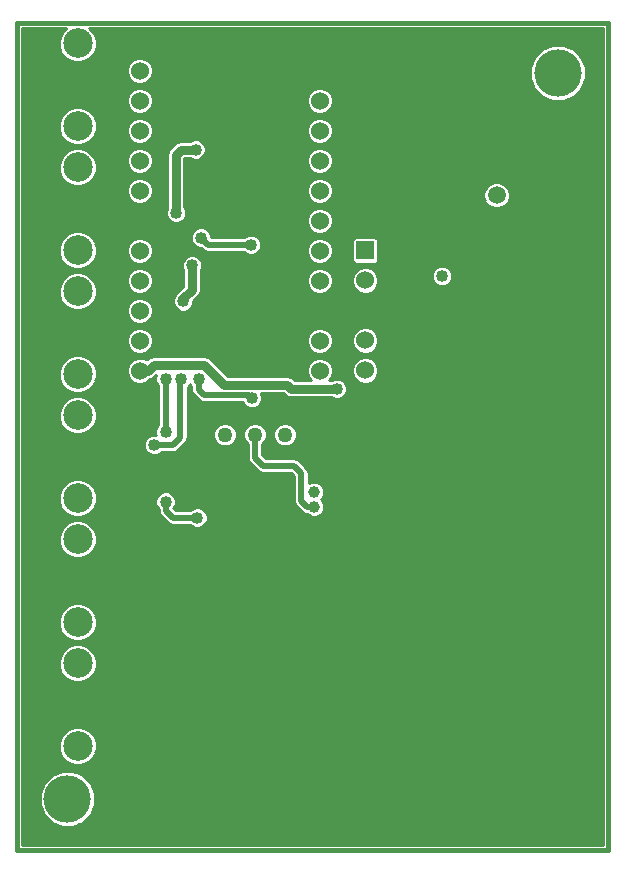
<source format=gbl>
G04 (created by PCBNEW-RS274X (2010-05-05 BZR 2356)-stable) date Mon 25 Jun 2012 11:20:18 AM CEST*
G01*
G70*
G90*
%MOIN*%
G04 Gerber Fmt 3.4, Leading zero omitted, Abs format*
%FSLAX34Y34*%
G04 APERTURE LIST*
%ADD10C,0.000400*%
%ADD11C,0.015000*%
%ADD12C,0.157500*%
%ADD13R,0.060000X0.060000*%
%ADD14C,0.060000*%
%ADD15C,0.039000*%
%ADD16C,0.050000*%
%ADD17C,0.098400*%
%ADD18C,0.059100*%
%ADD19C,0.040000*%
%ADD20C,0.030000*%
%ADD21C,0.020000*%
%ADD22C,0.010000*%
G04 APERTURE END LIST*
G54D10*
G54D11*
X74600Y-23250D02*
X74600Y-25250D01*
X94300Y-23250D02*
X74600Y-23250D01*
X94300Y-50825D02*
X94300Y-23250D01*
X92325Y-50825D02*
X94300Y-50825D01*
X74600Y-25225D02*
X74600Y-50825D01*
X74600Y-50825D02*
X92325Y-50825D01*
G54D12*
X92625Y-24925D03*
X76274Y-49125D03*
G54D13*
X86200Y-30840D03*
G54D14*
X86200Y-31840D03*
X86200Y-32840D03*
X86200Y-33840D03*
X86200Y-34840D03*
G54D15*
X84508Y-39390D03*
X84508Y-39890D03*
X84508Y-38890D03*
G54D14*
X78690Y-23850D03*
X78690Y-24850D03*
X78690Y-25850D03*
X78690Y-26850D03*
X78690Y-27850D03*
X78690Y-28850D03*
X78690Y-29850D03*
X78690Y-30850D03*
X78690Y-31850D03*
X78690Y-32850D03*
X78690Y-33850D03*
X78690Y-34850D03*
X84690Y-34850D03*
X84690Y-33850D03*
X84690Y-32850D03*
X84690Y-31850D03*
X84690Y-30850D03*
X84690Y-29850D03*
X84690Y-28850D03*
X84690Y-27850D03*
X84690Y-26850D03*
X84690Y-25850D03*
X84690Y-24850D03*
X84690Y-23850D03*
G54D16*
X83528Y-36983D03*
X82528Y-36983D03*
X81528Y-36983D03*
X80528Y-36983D03*
G54D17*
X76614Y-23937D03*
X76624Y-25308D03*
X76614Y-26693D03*
X76614Y-28071D03*
X76624Y-29442D03*
X76614Y-30827D03*
X76614Y-32205D03*
X76624Y-33576D03*
X76614Y-34961D03*
X76614Y-44606D03*
X76624Y-45977D03*
X76614Y-47362D03*
X76614Y-40472D03*
X76624Y-41843D03*
X76614Y-43228D03*
X76614Y-36339D03*
X76624Y-37710D03*
X76614Y-39095D03*
G54D18*
X90580Y-29004D03*
X90580Y-49476D03*
G54D19*
X88760Y-31693D03*
X80551Y-27480D03*
X79902Y-29587D03*
X80138Y-32539D03*
X80433Y-31339D03*
X82402Y-30650D03*
X80728Y-30413D03*
X79547Y-35118D03*
X79547Y-36890D03*
X80610Y-39744D03*
X79547Y-39213D03*
X85256Y-35453D03*
X80059Y-35138D03*
X79154Y-37323D03*
X82421Y-35768D03*
X80650Y-35138D03*
X85492Y-48366D03*
X83248Y-40630D03*
X85295Y-37933D03*
X86299Y-28740D03*
X87874Y-24902D03*
X89862Y-24685D03*
X85571Y-24331D03*
G54D20*
X79902Y-29587D02*
X79882Y-29567D01*
X79882Y-29567D02*
X79882Y-27657D01*
X79882Y-27657D02*
X80059Y-27480D01*
X80059Y-27480D02*
X80551Y-27480D01*
X80138Y-32441D02*
X80138Y-32539D01*
X80433Y-32146D02*
X80138Y-32441D01*
X80433Y-31339D02*
X80433Y-32146D01*
G54D21*
X80965Y-30650D02*
X82402Y-30650D01*
X80728Y-30413D02*
X80965Y-30650D01*
X79547Y-35118D02*
X79547Y-36890D01*
X79784Y-39744D02*
X80610Y-39744D01*
X79567Y-39527D02*
X79784Y-39744D01*
X79567Y-39233D02*
X79567Y-39527D01*
X79547Y-39213D02*
X79567Y-39233D01*
G54D20*
X78690Y-34850D02*
X78968Y-34850D01*
X83720Y-35453D02*
X85256Y-35453D01*
X83582Y-35315D02*
X83720Y-35453D01*
X81497Y-35315D02*
X83582Y-35315D01*
X80828Y-34646D02*
X81497Y-35315D01*
X79172Y-34646D02*
X80828Y-34646D01*
X78968Y-34850D02*
X79172Y-34646D01*
G54D21*
X80059Y-35138D02*
X80039Y-35158D01*
X80039Y-35158D02*
X80039Y-37087D01*
X80039Y-37087D02*
X79803Y-37323D01*
X79803Y-37323D02*
X79154Y-37323D01*
X82528Y-36983D02*
X82528Y-37745D01*
X84272Y-39390D02*
X84508Y-39390D01*
X84075Y-39193D02*
X84272Y-39390D01*
X84075Y-38268D02*
X84075Y-39193D01*
X83819Y-38012D02*
X84075Y-38268D01*
X82795Y-38012D02*
X83819Y-38012D01*
X82528Y-37745D02*
X82795Y-38012D01*
X82421Y-35768D02*
X82322Y-35669D01*
X82322Y-35669D02*
X80827Y-35669D01*
X80827Y-35669D02*
X80650Y-35492D01*
X80650Y-35492D02*
X80650Y-35138D01*
G54D22*
X74765Y-23415D02*
X76242Y-23415D01*
X76985Y-23415D02*
X94135Y-23415D01*
X74765Y-23495D02*
X76162Y-23495D01*
X77065Y-23495D02*
X94135Y-23495D01*
X74765Y-23575D02*
X76082Y-23575D01*
X77145Y-23575D02*
X94135Y-23575D01*
X74765Y-23655D02*
X76047Y-23655D01*
X77182Y-23655D02*
X94135Y-23655D01*
X74765Y-23735D02*
X76014Y-23735D01*
X77215Y-23735D02*
X94135Y-23735D01*
X74765Y-23815D02*
X75982Y-23815D01*
X77246Y-23815D02*
X94135Y-23815D01*
X74765Y-23895D02*
X75982Y-23895D01*
X77246Y-23895D02*
X94135Y-23895D01*
X74765Y-23975D02*
X75982Y-23975D01*
X77246Y-23975D02*
X94135Y-23975D01*
X74765Y-24055D02*
X75982Y-24055D01*
X77246Y-24055D02*
X92304Y-24055D01*
X92948Y-24055D02*
X94135Y-24055D01*
X74765Y-24135D02*
X76012Y-24135D01*
X77216Y-24135D02*
X92110Y-24135D01*
X93141Y-24135D02*
X94135Y-24135D01*
X74765Y-24215D02*
X76045Y-24215D01*
X77182Y-24215D02*
X92024Y-24215D01*
X93226Y-24215D02*
X94135Y-24215D01*
X74765Y-24295D02*
X76078Y-24295D01*
X77149Y-24295D02*
X91944Y-24295D01*
X93306Y-24295D02*
X94135Y-24295D01*
X74765Y-24375D02*
X76158Y-24375D01*
X77069Y-24375D02*
X91864Y-24375D01*
X93386Y-24375D02*
X94135Y-24375D01*
X74765Y-24455D02*
X76238Y-24455D01*
X76989Y-24455D02*
X78498Y-24455D01*
X78884Y-24455D02*
X91817Y-24455D01*
X93434Y-24455D02*
X94135Y-24455D01*
X74765Y-24535D02*
X76406Y-24535D01*
X76821Y-24535D02*
X78385Y-24535D01*
X78996Y-24535D02*
X91784Y-24535D01*
X93467Y-24535D02*
X94135Y-24535D01*
X74765Y-24615D02*
X78313Y-24615D01*
X79068Y-24615D02*
X91750Y-24615D01*
X93500Y-24615D02*
X94135Y-24615D01*
X74765Y-24695D02*
X78279Y-24695D01*
X79101Y-24695D02*
X91717Y-24695D01*
X93533Y-24695D02*
X94135Y-24695D01*
X74765Y-24775D02*
X78251Y-24775D01*
X79129Y-24775D02*
X91698Y-24775D01*
X93552Y-24775D02*
X94135Y-24775D01*
X74765Y-24855D02*
X78251Y-24855D01*
X79129Y-24855D02*
X91698Y-24855D01*
X93552Y-24855D02*
X94135Y-24855D01*
X74765Y-24935D02*
X78251Y-24935D01*
X79129Y-24935D02*
X91698Y-24935D01*
X93552Y-24935D02*
X94135Y-24935D01*
X74765Y-25015D02*
X78283Y-25015D01*
X79096Y-25015D02*
X91698Y-25015D01*
X93552Y-25015D02*
X94135Y-25015D01*
X74765Y-25095D02*
X78316Y-25095D01*
X79063Y-25095D02*
X91698Y-25095D01*
X93552Y-25095D02*
X94135Y-25095D01*
X74765Y-25175D02*
X78394Y-25175D01*
X78985Y-25175D02*
X91725Y-25175D01*
X93525Y-25175D02*
X94135Y-25175D01*
X74765Y-25255D02*
X78520Y-25255D01*
X78858Y-25255D02*
X91758Y-25255D01*
X93491Y-25255D02*
X94135Y-25255D01*
X74765Y-25335D02*
X91791Y-25335D01*
X93458Y-25335D02*
X94135Y-25335D01*
X74765Y-25415D02*
X78593Y-25415D01*
X78788Y-25415D02*
X84594Y-25415D01*
X84788Y-25415D02*
X91824Y-25415D01*
X93425Y-25415D02*
X94135Y-25415D01*
X74765Y-25495D02*
X78425Y-25495D01*
X78956Y-25495D02*
X84425Y-25495D01*
X84956Y-25495D02*
X91884Y-25495D01*
X93366Y-25495D02*
X94135Y-25495D01*
X74765Y-25575D02*
X78345Y-25575D01*
X79036Y-25575D02*
X84345Y-25575D01*
X85036Y-25575D02*
X91964Y-25575D01*
X93286Y-25575D02*
X94135Y-25575D01*
X74765Y-25655D02*
X78296Y-25655D01*
X79085Y-25655D02*
X84296Y-25655D01*
X85085Y-25655D02*
X92044Y-25655D01*
X93206Y-25655D02*
X94135Y-25655D01*
X74765Y-25735D02*
X78263Y-25735D01*
X79118Y-25735D02*
X84263Y-25735D01*
X85118Y-25735D02*
X92157Y-25735D01*
X93091Y-25735D02*
X94135Y-25735D01*
X74765Y-25815D02*
X78251Y-25815D01*
X79129Y-25815D02*
X84251Y-25815D01*
X85129Y-25815D02*
X92350Y-25815D01*
X92898Y-25815D02*
X94135Y-25815D01*
X74765Y-25895D02*
X78251Y-25895D01*
X79129Y-25895D02*
X84251Y-25895D01*
X85129Y-25895D02*
X94135Y-25895D01*
X74765Y-25975D02*
X78266Y-25975D01*
X79113Y-25975D02*
X84266Y-25975D01*
X85113Y-25975D02*
X94135Y-25975D01*
X74765Y-26055D02*
X78300Y-26055D01*
X79080Y-26055D02*
X84300Y-26055D01*
X85080Y-26055D02*
X94135Y-26055D01*
X74765Y-26135D02*
X76311Y-26135D01*
X76918Y-26135D02*
X78354Y-26135D01*
X79025Y-26135D02*
X84354Y-26135D01*
X85025Y-26135D02*
X94135Y-26135D01*
X74765Y-26215D02*
X76199Y-26215D01*
X77030Y-26215D02*
X78434Y-26215D01*
X78945Y-26215D02*
X84434Y-26215D01*
X84945Y-26215D02*
X94135Y-26215D01*
X74765Y-26295D02*
X76119Y-26295D01*
X77110Y-26295D02*
X94135Y-26295D01*
X74765Y-26375D02*
X76062Y-26375D01*
X77167Y-26375D02*
X94135Y-26375D01*
X74765Y-26455D02*
X76029Y-26455D01*
X77200Y-26455D02*
X78497Y-26455D01*
X78884Y-26455D02*
X84497Y-26455D01*
X84884Y-26455D02*
X94135Y-26455D01*
X74765Y-26535D02*
X75996Y-26535D01*
X77233Y-26535D02*
X78385Y-26535D01*
X78996Y-26535D02*
X84385Y-26535D01*
X84996Y-26535D02*
X94135Y-26535D01*
X74765Y-26615D02*
X75982Y-26615D01*
X77246Y-26615D02*
X78313Y-26615D01*
X79068Y-26615D02*
X84313Y-26615D01*
X85068Y-26615D02*
X94135Y-26615D01*
X74765Y-26695D02*
X75982Y-26695D01*
X77246Y-26695D02*
X78279Y-26695D01*
X79101Y-26695D02*
X84279Y-26695D01*
X85101Y-26695D02*
X94135Y-26695D01*
X74765Y-26775D02*
X75982Y-26775D01*
X77246Y-26775D02*
X78251Y-26775D01*
X79129Y-26775D02*
X84251Y-26775D01*
X85129Y-26775D02*
X94135Y-26775D01*
X74765Y-26855D02*
X75997Y-26855D01*
X77231Y-26855D02*
X78251Y-26855D01*
X79129Y-26855D02*
X84251Y-26855D01*
X85129Y-26855D02*
X94135Y-26855D01*
X74765Y-26935D02*
X76030Y-26935D01*
X77197Y-26935D02*
X78251Y-26935D01*
X79129Y-26935D02*
X84251Y-26935D01*
X85129Y-26935D02*
X94135Y-26935D01*
X74765Y-27015D02*
X76063Y-27015D01*
X77164Y-27015D02*
X78283Y-27015D01*
X79096Y-27015D02*
X84283Y-27015D01*
X85096Y-27015D02*
X94135Y-27015D01*
X74765Y-27095D02*
X76122Y-27095D01*
X77105Y-27095D02*
X78316Y-27095D01*
X79063Y-27095D02*
X84316Y-27095D01*
X85063Y-27095D02*
X94135Y-27095D01*
X74765Y-27175D02*
X76202Y-27175D01*
X77025Y-27175D02*
X78394Y-27175D01*
X78985Y-27175D02*
X80401Y-27175D01*
X80701Y-27175D02*
X84394Y-27175D01*
X84985Y-27175D02*
X94135Y-27175D01*
X74765Y-27255D02*
X76319Y-27255D01*
X76908Y-27255D02*
X78520Y-27255D01*
X78858Y-27255D02*
X79884Y-27255D01*
X80806Y-27255D02*
X84520Y-27255D01*
X84858Y-27255D02*
X94135Y-27255D01*
X74765Y-27335D02*
X79794Y-27335D01*
X80859Y-27335D02*
X94135Y-27335D01*
X74765Y-27415D02*
X78593Y-27415D01*
X78788Y-27415D02*
X79714Y-27415D01*
X80890Y-27415D02*
X84593Y-27415D01*
X84788Y-27415D02*
X94135Y-27415D01*
X74765Y-27495D02*
X76354Y-27495D01*
X76875Y-27495D02*
X78425Y-27495D01*
X78956Y-27495D02*
X79649Y-27495D01*
X80890Y-27495D02*
X84425Y-27495D01*
X84956Y-27495D02*
X94135Y-27495D01*
X74765Y-27575D02*
X76217Y-27575D01*
X77012Y-27575D02*
X78345Y-27575D01*
X79036Y-27575D02*
X79609Y-27575D01*
X80878Y-27575D02*
X84345Y-27575D01*
X85036Y-27575D02*
X94135Y-27575D01*
X74765Y-27655D02*
X76137Y-27655D01*
X77092Y-27655D02*
X78296Y-27655D01*
X79085Y-27655D02*
X79593Y-27655D01*
X80845Y-27655D02*
X84296Y-27655D01*
X85085Y-27655D02*
X94135Y-27655D01*
X74765Y-27735D02*
X76070Y-27735D01*
X77159Y-27735D02*
X78263Y-27735D01*
X79118Y-27735D02*
X79592Y-27735D01*
X80775Y-27735D02*
X84263Y-27735D01*
X85118Y-27735D02*
X94135Y-27735D01*
X74765Y-27815D02*
X76037Y-27815D01*
X77192Y-27815D02*
X78251Y-27815D01*
X79129Y-27815D02*
X79592Y-27815D01*
X80172Y-27815D02*
X80473Y-27815D01*
X80627Y-27815D02*
X84251Y-27815D01*
X85129Y-27815D02*
X94135Y-27815D01*
X74765Y-27895D02*
X76003Y-27895D01*
X77225Y-27895D02*
X78251Y-27895D01*
X79129Y-27895D02*
X79592Y-27895D01*
X80172Y-27895D02*
X84251Y-27895D01*
X85129Y-27895D02*
X94135Y-27895D01*
X74765Y-27975D02*
X75982Y-27975D01*
X77246Y-27975D02*
X78266Y-27975D01*
X79113Y-27975D02*
X79592Y-27975D01*
X80172Y-27975D02*
X84266Y-27975D01*
X85113Y-27975D02*
X94135Y-27975D01*
X74765Y-28055D02*
X75982Y-28055D01*
X77246Y-28055D02*
X78300Y-28055D01*
X79080Y-28055D02*
X79592Y-28055D01*
X80172Y-28055D02*
X84300Y-28055D01*
X85080Y-28055D02*
X94135Y-28055D01*
X74765Y-28135D02*
X75982Y-28135D01*
X77246Y-28135D02*
X78354Y-28135D01*
X79025Y-28135D02*
X79592Y-28135D01*
X80172Y-28135D02*
X84354Y-28135D01*
X85025Y-28135D02*
X94135Y-28135D01*
X74765Y-28215D02*
X75989Y-28215D01*
X77238Y-28215D02*
X78434Y-28215D01*
X78945Y-28215D02*
X79592Y-28215D01*
X80172Y-28215D02*
X84434Y-28215D01*
X84945Y-28215D02*
X94135Y-28215D01*
X74765Y-28295D02*
X76022Y-28295D01*
X77205Y-28295D02*
X79592Y-28295D01*
X80172Y-28295D02*
X94135Y-28295D01*
X74765Y-28375D02*
X76056Y-28375D01*
X77171Y-28375D02*
X79592Y-28375D01*
X80172Y-28375D02*
X94135Y-28375D01*
X74765Y-28455D02*
X76104Y-28455D01*
X77123Y-28455D02*
X78497Y-28455D01*
X78884Y-28455D02*
X79592Y-28455D01*
X80172Y-28455D02*
X84497Y-28455D01*
X84884Y-28455D02*
X94135Y-28455D01*
X74765Y-28535D02*
X76184Y-28535D01*
X77043Y-28535D02*
X78385Y-28535D01*
X78996Y-28535D02*
X79592Y-28535D01*
X80172Y-28535D02*
X84385Y-28535D01*
X84996Y-28535D02*
X94135Y-28535D01*
X74765Y-28615D02*
X76276Y-28615D01*
X76951Y-28615D02*
X78313Y-28615D01*
X79068Y-28615D02*
X79592Y-28615D01*
X80172Y-28615D02*
X84313Y-28615D01*
X85068Y-28615D02*
X90383Y-28615D01*
X90777Y-28615D02*
X94135Y-28615D01*
X74765Y-28695D02*
X76468Y-28695D01*
X76758Y-28695D02*
X78279Y-28695D01*
X79101Y-28695D02*
X79592Y-28695D01*
X80172Y-28695D02*
X84279Y-28695D01*
X85101Y-28695D02*
X90274Y-28695D01*
X90886Y-28695D02*
X94135Y-28695D01*
X74765Y-28775D02*
X78251Y-28775D01*
X79129Y-28775D02*
X79592Y-28775D01*
X80172Y-28775D02*
X84251Y-28775D01*
X85129Y-28775D02*
X90205Y-28775D01*
X90957Y-28775D02*
X94135Y-28775D01*
X74765Y-28855D02*
X78251Y-28855D01*
X79129Y-28855D02*
X79592Y-28855D01*
X80172Y-28855D02*
X84251Y-28855D01*
X85129Y-28855D02*
X90171Y-28855D01*
X90990Y-28855D02*
X94135Y-28855D01*
X74765Y-28935D02*
X78251Y-28935D01*
X79129Y-28935D02*
X79592Y-28935D01*
X80172Y-28935D02*
X84251Y-28935D01*
X85129Y-28935D02*
X90145Y-28935D01*
X91015Y-28935D02*
X94135Y-28935D01*
X74765Y-29015D02*
X78283Y-29015D01*
X79096Y-29015D02*
X79592Y-29015D01*
X80172Y-29015D02*
X84283Y-29015D01*
X85096Y-29015D02*
X90145Y-29015D01*
X91015Y-29015D02*
X94135Y-29015D01*
X74765Y-29095D02*
X78316Y-29095D01*
X79063Y-29095D02*
X79592Y-29095D01*
X80172Y-29095D02*
X84316Y-29095D01*
X85063Y-29095D02*
X90147Y-29095D01*
X91013Y-29095D02*
X94135Y-29095D01*
X74765Y-29175D02*
X78394Y-29175D01*
X78985Y-29175D02*
X79592Y-29175D01*
X80172Y-29175D02*
X84394Y-29175D01*
X84985Y-29175D02*
X90180Y-29175D01*
X90979Y-29175D02*
X94135Y-29175D01*
X74765Y-29255D02*
X78520Y-29255D01*
X78858Y-29255D02*
X79592Y-29255D01*
X80172Y-29255D02*
X84520Y-29255D01*
X84858Y-29255D02*
X90216Y-29255D01*
X90944Y-29255D02*
X94135Y-29255D01*
X74765Y-29335D02*
X79592Y-29335D01*
X80172Y-29335D02*
X90296Y-29335D01*
X90864Y-29335D02*
X94135Y-29335D01*
X74765Y-29415D02*
X79592Y-29415D01*
X80199Y-29415D02*
X84593Y-29415D01*
X84788Y-29415D02*
X90435Y-29415D01*
X90724Y-29415D02*
X94135Y-29415D01*
X74765Y-29495D02*
X79573Y-29495D01*
X80231Y-29495D02*
X84425Y-29495D01*
X84956Y-29495D02*
X94135Y-29495D01*
X74765Y-29575D02*
X79563Y-29575D01*
X80241Y-29575D02*
X84345Y-29575D01*
X85036Y-29575D02*
X94135Y-29575D01*
X74765Y-29655D02*
X79563Y-29655D01*
X80241Y-29655D02*
X84296Y-29655D01*
X85085Y-29655D02*
X94135Y-29655D01*
X74765Y-29735D02*
X79596Y-29735D01*
X80207Y-29735D02*
X84263Y-29735D01*
X85118Y-29735D02*
X94135Y-29735D01*
X74765Y-29815D02*
X79650Y-29815D01*
X80153Y-29815D02*
X84251Y-29815D01*
X85129Y-29815D02*
X94135Y-29815D01*
X74765Y-29895D02*
X79760Y-29895D01*
X80044Y-29895D02*
X84251Y-29895D01*
X85129Y-29895D02*
X94135Y-29895D01*
X74765Y-29975D02*
X84266Y-29975D01*
X85113Y-29975D02*
X94135Y-29975D01*
X74765Y-30055D02*
X84300Y-30055D01*
X85080Y-30055D02*
X94135Y-30055D01*
X74765Y-30135D02*
X80527Y-30135D01*
X80930Y-30135D02*
X84354Y-30135D01*
X85025Y-30135D02*
X94135Y-30135D01*
X74765Y-30215D02*
X76440Y-30215D01*
X76789Y-30215D02*
X80447Y-30215D01*
X81010Y-30215D02*
X84434Y-30215D01*
X84945Y-30215D02*
X94135Y-30215D01*
X74765Y-30295D02*
X76253Y-30295D01*
X76976Y-30295D02*
X80410Y-30295D01*
X81047Y-30295D02*
X94135Y-30295D01*
X74765Y-30375D02*
X76173Y-30375D01*
X77056Y-30375D02*
X80389Y-30375D01*
X81067Y-30375D02*
X82197Y-30375D01*
X82607Y-30375D02*
X94135Y-30375D01*
X74765Y-30455D02*
X76093Y-30455D01*
X77136Y-30455D02*
X78497Y-30455D01*
X78884Y-30455D02*
X80389Y-30455D01*
X82687Y-30455D02*
X84497Y-30455D01*
X84884Y-30455D02*
X85789Y-30455D01*
X86612Y-30455D02*
X94135Y-30455D01*
X74765Y-30535D02*
X76052Y-30535D01*
X77177Y-30535D02*
X78385Y-30535D01*
X78996Y-30535D02*
X80411Y-30535D01*
X82722Y-30535D02*
X84385Y-30535D01*
X84996Y-30535D02*
X85761Y-30535D01*
X86639Y-30535D02*
X94135Y-30535D01*
X74765Y-30615D02*
X76018Y-30615D01*
X77210Y-30615D02*
X78313Y-30615D01*
X79068Y-30615D02*
X80450Y-30615D01*
X82741Y-30615D02*
X84313Y-30615D01*
X85068Y-30615D02*
X85761Y-30615D01*
X86639Y-30615D02*
X94135Y-30615D01*
X74765Y-30695D02*
X75985Y-30695D01*
X77244Y-30695D02*
X78279Y-30695D01*
X79101Y-30695D02*
X80530Y-30695D01*
X82741Y-30695D02*
X84279Y-30695D01*
X85101Y-30695D02*
X85761Y-30695D01*
X86639Y-30695D02*
X94135Y-30695D01*
X74765Y-30775D02*
X75982Y-30775D01*
X77246Y-30775D02*
X78251Y-30775D01*
X79129Y-30775D02*
X80750Y-30775D01*
X82717Y-30775D02*
X84251Y-30775D01*
X85129Y-30775D02*
X85761Y-30775D01*
X86639Y-30775D02*
X94135Y-30775D01*
X74765Y-30855D02*
X75982Y-30855D01*
X77246Y-30855D02*
X78251Y-30855D01*
X79129Y-30855D02*
X80847Y-30855D01*
X82676Y-30855D02*
X84251Y-30855D01*
X85129Y-30855D02*
X85761Y-30855D01*
X86639Y-30855D02*
X94135Y-30855D01*
X74765Y-30935D02*
X75982Y-30935D01*
X77246Y-30935D02*
X78251Y-30935D01*
X79129Y-30935D02*
X82207Y-30935D01*
X82596Y-30935D02*
X84251Y-30935D01*
X85129Y-30935D02*
X85761Y-30935D01*
X86639Y-30935D02*
X94135Y-30935D01*
X74765Y-31015D02*
X76008Y-31015D01*
X77220Y-31015D02*
X78283Y-31015D01*
X79096Y-31015D02*
X80330Y-31015D01*
X80537Y-31015D02*
X84283Y-31015D01*
X85096Y-31015D02*
X85761Y-31015D01*
X86639Y-31015D02*
X94135Y-31015D01*
X74765Y-31095D02*
X76041Y-31095D01*
X77186Y-31095D02*
X78316Y-31095D01*
X79063Y-31095D02*
X80198Y-31095D01*
X80669Y-31095D02*
X84316Y-31095D01*
X85063Y-31095D02*
X85761Y-31095D01*
X86639Y-31095D02*
X94135Y-31095D01*
X74765Y-31175D02*
X76074Y-31175D01*
X77153Y-31175D02*
X78394Y-31175D01*
X78985Y-31175D02*
X80135Y-31175D01*
X80733Y-31175D02*
X84394Y-31175D01*
X84985Y-31175D02*
X85763Y-31175D01*
X86635Y-31175D02*
X94135Y-31175D01*
X74765Y-31255D02*
X76148Y-31255D01*
X77079Y-31255D02*
X78520Y-31255D01*
X78858Y-31255D02*
X80101Y-31255D01*
X80766Y-31255D02*
X84520Y-31255D01*
X84858Y-31255D02*
X85818Y-31255D01*
X86581Y-31255D02*
X94135Y-31255D01*
X74765Y-31335D02*
X76228Y-31335D01*
X76999Y-31335D02*
X80094Y-31335D01*
X80772Y-31335D02*
X94135Y-31335D01*
X74765Y-31415D02*
X76382Y-31415D01*
X76845Y-31415D02*
X78593Y-31415D01*
X78788Y-31415D02*
X80097Y-31415D01*
X80768Y-31415D02*
X84593Y-31415D01*
X84788Y-31415D02*
X86080Y-31415D01*
X86322Y-31415D02*
X88559Y-31415D01*
X88962Y-31415D02*
X94135Y-31415D01*
X74765Y-31495D02*
X78425Y-31495D01*
X78956Y-31495D02*
X80130Y-31495D01*
X80734Y-31495D02*
X84425Y-31495D01*
X84956Y-31495D02*
X85925Y-31495D01*
X86476Y-31495D02*
X88479Y-31495D01*
X89042Y-31495D02*
X94135Y-31495D01*
X74765Y-31575D02*
X76484Y-31575D01*
X76745Y-31575D02*
X78345Y-31575D01*
X79036Y-31575D02*
X80143Y-31575D01*
X80723Y-31575D02*
X84345Y-31575D01*
X85036Y-31575D02*
X85844Y-31575D01*
X86556Y-31575D02*
X88442Y-31575D01*
X89079Y-31575D02*
X94135Y-31575D01*
X74765Y-31655D02*
X76291Y-31655D01*
X76937Y-31655D02*
X78296Y-31655D01*
X79085Y-31655D02*
X80143Y-31655D01*
X80723Y-31655D02*
X84296Y-31655D01*
X85085Y-31655D02*
X85802Y-31655D01*
X86599Y-31655D02*
X88421Y-31655D01*
X89099Y-31655D02*
X94135Y-31655D01*
X74765Y-31735D02*
X76191Y-31735D01*
X77038Y-31735D02*
X78263Y-31735D01*
X79118Y-31735D02*
X80143Y-31735D01*
X80723Y-31735D02*
X84263Y-31735D01*
X85118Y-31735D02*
X85769Y-31735D01*
X86632Y-31735D02*
X88421Y-31735D01*
X89099Y-31735D02*
X94135Y-31735D01*
X74765Y-31815D02*
X76111Y-31815D01*
X77118Y-31815D02*
X78251Y-31815D01*
X79129Y-31815D02*
X80143Y-31815D01*
X80723Y-31815D02*
X84251Y-31815D01*
X85129Y-31815D02*
X85761Y-31815D01*
X86639Y-31815D02*
X88443Y-31815D01*
X89076Y-31815D02*
X94135Y-31815D01*
X74765Y-31895D02*
X76059Y-31895D01*
X77170Y-31895D02*
X78251Y-31895D01*
X79129Y-31895D02*
X80143Y-31895D01*
X80723Y-31895D02*
X84251Y-31895D01*
X85129Y-31895D02*
X85761Y-31895D01*
X86639Y-31895D02*
X88482Y-31895D01*
X89037Y-31895D02*
X94135Y-31895D01*
X74765Y-31975D02*
X76026Y-31975D01*
X77203Y-31975D02*
X78266Y-31975D01*
X79113Y-31975D02*
X80143Y-31975D01*
X80723Y-31975D02*
X84266Y-31975D01*
X85113Y-31975D02*
X85780Y-31975D01*
X86619Y-31975D02*
X88562Y-31975D01*
X88957Y-31975D02*
X94135Y-31975D01*
X74765Y-32055D02*
X75992Y-32055D01*
X77236Y-32055D02*
X78300Y-32055D01*
X79080Y-32055D02*
X80114Y-32055D01*
X80723Y-32055D02*
X84300Y-32055D01*
X85080Y-32055D02*
X85814Y-32055D01*
X86586Y-32055D02*
X94135Y-32055D01*
X74765Y-32135D02*
X75982Y-32135D01*
X77246Y-32135D02*
X78354Y-32135D01*
X79025Y-32135D02*
X80034Y-32135D01*
X80723Y-32135D02*
X84354Y-32135D01*
X85025Y-32135D02*
X85874Y-32135D01*
X86525Y-32135D02*
X94135Y-32135D01*
X74765Y-32215D02*
X75982Y-32215D01*
X77246Y-32215D02*
X78434Y-32215D01*
X78945Y-32215D02*
X79954Y-32215D01*
X80709Y-32215D02*
X84434Y-32215D01*
X84945Y-32215D02*
X85958Y-32215D01*
X86440Y-32215D02*
X94135Y-32215D01*
X74765Y-32295D02*
X75982Y-32295D01*
X77246Y-32295D02*
X79893Y-32295D01*
X80675Y-32295D02*
X94135Y-32295D01*
X74765Y-32375D02*
X76000Y-32375D01*
X77227Y-32375D02*
X79840Y-32375D01*
X80614Y-32375D02*
X94135Y-32375D01*
X74765Y-32455D02*
X76033Y-32455D01*
X77194Y-32455D02*
X78497Y-32455D01*
X78884Y-32455D02*
X79806Y-32455D01*
X80534Y-32455D02*
X94135Y-32455D01*
X74765Y-32535D02*
X76066Y-32535D01*
X77161Y-32535D02*
X78385Y-32535D01*
X78996Y-32535D02*
X79799Y-32535D01*
X80477Y-32535D02*
X94135Y-32535D01*
X74765Y-32615D02*
X76130Y-32615D01*
X77097Y-32615D02*
X78313Y-32615D01*
X79068Y-32615D02*
X79802Y-32615D01*
X80473Y-32615D02*
X94135Y-32615D01*
X74765Y-32695D02*
X76210Y-32695D01*
X77017Y-32695D02*
X78279Y-32695D01*
X79101Y-32695D02*
X79835Y-32695D01*
X80440Y-32695D02*
X94135Y-32695D01*
X74765Y-32775D02*
X76339Y-32775D01*
X76888Y-32775D02*
X78251Y-32775D01*
X79129Y-32775D02*
X79894Y-32775D01*
X80381Y-32775D02*
X94135Y-32775D01*
X74765Y-32855D02*
X78251Y-32855D01*
X79129Y-32855D02*
X80015Y-32855D01*
X80261Y-32855D02*
X94135Y-32855D01*
X74765Y-32935D02*
X78251Y-32935D01*
X79129Y-32935D02*
X94135Y-32935D01*
X74765Y-33015D02*
X78283Y-33015D01*
X79096Y-33015D02*
X94135Y-33015D01*
X74765Y-33095D02*
X78316Y-33095D01*
X79063Y-33095D02*
X94135Y-33095D01*
X74765Y-33175D02*
X78394Y-33175D01*
X78985Y-33175D02*
X94135Y-33175D01*
X74765Y-33255D02*
X78520Y-33255D01*
X78858Y-33255D02*
X94135Y-33255D01*
X74765Y-33335D02*
X94135Y-33335D01*
X74765Y-33415D02*
X78593Y-33415D01*
X78788Y-33415D02*
X84593Y-33415D01*
X84788Y-33415D02*
X86079Y-33415D01*
X86322Y-33415D02*
X94135Y-33415D01*
X74765Y-33495D02*
X78425Y-33495D01*
X78956Y-33495D02*
X84425Y-33495D01*
X84956Y-33495D02*
X85925Y-33495D01*
X86476Y-33495D02*
X94135Y-33495D01*
X74765Y-33575D02*
X78345Y-33575D01*
X79036Y-33575D02*
X84345Y-33575D01*
X85036Y-33575D02*
X85845Y-33575D01*
X86556Y-33575D02*
X94135Y-33575D01*
X74765Y-33655D02*
X78296Y-33655D01*
X79085Y-33655D02*
X84296Y-33655D01*
X85085Y-33655D02*
X85802Y-33655D01*
X86599Y-33655D02*
X94135Y-33655D01*
X74765Y-33735D02*
X78263Y-33735D01*
X79118Y-33735D02*
X84263Y-33735D01*
X85118Y-33735D02*
X85769Y-33735D01*
X86632Y-33735D02*
X94135Y-33735D01*
X74765Y-33815D02*
X78251Y-33815D01*
X79129Y-33815D02*
X84251Y-33815D01*
X85129Y-33815D02*
X85761Y-33815D01*
X86639Y-33815D02*
X94135Y-33815D01*
X74765Y-33895D02*
X78251Y-33895D01*
X79129Y-33895D02*
X84251Y-33895D01*
X85129Y-33895D02*
X85761Y-33895D01*
X86639Y-33895D02*
X94135Y-33895D01*
X74765Y-33975D02*
X78266Y-33975D01*
X79113Y-33975D02*
X84266Y-33975D01*
X85113Y-33975D02*
X85780Y-33975D01*
X86619Y-33975D02*
X94135Y-33975D01*
X74765Y-34055D02*
X78300Y-34055D01*
X79080Y-34055D02*
X84300Y-34055D01*
X85080Y-34055D02*
X85814Y-34055D01*
X86586Y-34055D02*
X94135Y-34055D01*
X74765Y-34135D02*
X78354Y-34135D01*
X79025Y-34135D02*
X84354Y-34135D01*
X85025Y-34135D02*
X85874Y-34135D01*
X86525Y-34135D02*
X94135Y-34135D01*
X74765Y-34215D02*
X78434Y-34215D01*
X78945Y-34215D02*
X84434Y-34215D01*
X84945Y-34215D02*
X85958Y-34215D01*
X86440Y-34215D02*
X94135Y-34215D01*
X74765Y-34295D02*
X94135Y-34295D01*
X74765Y-34375D02*
X76378Y-34375D01*
X76851Y-34375D02*
X79077Y-34375D01*
X80924Y-34375D02*
X94135Y-34375D01*
X74765Y-34455D02*
X76227Y-34455D01*
X77002Y-34455D02*
X78497Y-34455D01*
X78884Y-34455D02*
X78953Y-34455D01*
X81047Y-34455D02*
X84497Y-34455D01*
X84884Y-34455D02*
X85984Y-34455D01*
X86418Y-34455D02*
X94135Y-34455D01*
X74765Y-34535D02*
X76147Y-34535D01*
X77082Y-34535D02*
X78385Y-34535D01*
X81127Y-34535D02*
X84385Y-34535D01*
X84996Y-34535D02*
X85885Y-34535D01*
X86516Y-34535D02*
X94135Y-34535D01*
X74765Y-34615D02*
X76074Y-34615D01*
X77155Y-34615D02*
X78313Y-34615D01*
X81207Y-34615D02*
X84313Y-34615D01*
X85068Y-34615D02*
X85819Y-34615D01*
X86582Y-34615D02*
X94135Y-34615D01*
X74765Y-34695D02*
X76041Y-34695D01*
X77188Y-34695D02*
X78279Y-34695D01*
X81287Y-34695D02*
X84279Y-34695D01*
X85101Y-34695D02*
X85785Y-34695D01*
X86615Y-34695D02*
X94135Y-34695D01*
X74765Y-34775D02*
X76007Y-34775D01*
X77221Y-34775D02*
X78251Y-34775D01*
X81367Y-34775D02*
X84251Y-34775D01*
X85129Y-34775D02*
X85761Y-34775D01*
X86639Y-34775D02*
X94135Y-34775D01*
X74765Y-34855D02*
X75982Y-34855D01*
X77246Y-34855D02*
X78251Y-34855D01*
X81447Y-34855D02*
X84251Y-34855D01*
X85129Y-34855D02*
X85761Y-34855D01*
X86639Y-34855D02*
X94135Y-34855D01*
X74765Y-34935D02*
X75982Y-34935D01*
X77246Y-34935D02*
X78251Y-34935D01*
X81527Y-34935D02*
X84251Y-34935D01*
X85129Y-34935D02*
X85764Y-34935D01*
X86636Y-34935D02*
X94135Y-34935D01*
X74765Y-35015D02*
X75982Y-35015D01*
X77246Y-35015D02*
X78283Y-35015D01*
X79212Y-35015D02*
X79223Y-35015D01*
X81607Y-35015D02*
X84283Y-35015D01*
X85096Y-35015D02*
X85797Y-35015D01*
X86602Y-35015D02*
X94135Y-35015D01*
X74765Y-35095D02*
X75985Y-35095D01*
X77242Y-35095D02*
X78316Y-35095D01*
X79113Y-35095D02*
X79208Y-35095D01*
X83765Y-35095D02*
X84316Y-35095D01*
X85063Y-35095D02*
X85834Y-35095D01*
X86565Y-35095D02*
X94135Y-35095D01*
X74765Y-35175D02*
X76018Y-35175D01*
X77209Y-35175D02*
X78394Y-35175D01*
X78984Y-35175D02*
X79208Y-35175D01*
X85458Y-35175D02*
X85914Y-35175D01*
X86485Y-35175D02*
X94135Y-35175D01*
X74765Y-35255D02*
X76051Y-35255D01*
X77176Y-35255D02*
X78520Y-35255D01*
X78858Y-35255D02*
X79236Y-35255D01*
X85538Y-35255D02*
X86054Y-35255D01*
X86344Y-35255D02*
X94135Y-35255D01*
X74765Y-35335D02*
X76094Y-35335D01*
X77133Y-35335D02*
X79284Y-35335D01*
X80341Y-35335D02*
X80367Y-35335D01*
X85575Y-35335D02*
X94135Y-35335D01*
X74765Y-35415D02*
X76174Y-35415D01*
X77053Y-35415D02*
X79307Y-35415D01*
X80279Y-35415D02*
X80410Y-35415D01*
X85595Y-35415D02*
X94135Y-35415D01*
X74765Y-35495D02*
X76254Y-35495D01*
X76973Y-35495D02*
X79307Y-35495D01*
X80279Y-35495D02*
X80410Y-35495D01*
X85595Y-35495D02*
X94135Y-35495D01*
X74765Y-35575D02*
X76444Y-35575D01*
X76782Y-35575D02*
X79307Y-35575D01*
X80279Y-35575D02*
X80426Y-35575D01*
X85572Y-35575D02*
X94135Y-35575D01*
X74765Y-35655D02*
X79307Y-35655D01*
X80279Y-35655D02*
X80475Y-35655D01*
X82741Y-35655D02*
X83512Y-35655D01*
X85533Y-35655D02*
X94135Y-35655D01*
X74765Y-35735D02*
X76421Y-35735D01*
X76808Y-35735D02*
X79307Y-35735D01*
X80279Y-35735D02*
X80553Y-35735D01*
X82760Y-35735D02*
X83679Y-35735D01*
X85453Y-35735D02*
X94135Y-35735D01*
X74765Y-35815D02*
X76245Y-35815D01*
X76984Y-35815D02*
X79307Y-35815D01*
X80279Y-35815D02*
X80633Y-35815D01*
X82760Y-35815D02*
X94135Y-35815D01*
X74765Y-35895D02*
X76165Y-35895D01*
X77064Y-35895D02*
X79307Y-35895D01*
X80279Y-35895D02*
X80755Y-35895D01*
X82735Y-35895D02*
X94135Y-35895D01*
X74765Y-35975D02*
X76085Y-35975D01*
X77144Y-35975D02*
X79307Y-35975D01*
X80279Y-35975D02*
X82148Y-35975D01*
X82693Y-35975D02*
X94135Y-35975D01*
X74765Y-36055D02*
X76048Y-36055D01*
X77181Y-36055D02*
X79307Y-36055D01*
X80279Y-36055D02*
X82229Y-36055D01*
X82613Y-36055D02*
X94135Y-36055D01*
X74765Y-36135D02*
X76015Y-36135D01*
X77214Y-36135D02*
X79307Y-36135D01*
X80279Y-36135D02*
X94135Y-36135D01*
X74765Y-36215D02*
X75982Y-36215D01*
X77246Y-36215D02*
X79307Y-36215D01*
X80279Y-36215D02*
X94135Y-36215D01*
X74765Y-36295D02*
X75982Y-36295D01*
X77246Y-36295D02*
X79307Y-36295D01*
X80279Y-36295D02*
X94135Y-36295D01*
X74765Y-36375D02*
X75982Y-36375D01*
X77246Y-36375D02*
X79307Y-36375D01*
X80279Y-36375D02*
X94135Y-36375D01*
X74765Y-36455D02*
X75982Y-36455D01*
X77246Y-36455D02*
X79307Y-36455D01*
X80279Y-36455D02*
X94135Y-36455D01*
X74765Y-36535D02*
X76011Y-36535D01*
X77216Y-36535D02*
X79307Y-36535D01*
X80279Y-36535D02*
X94135Y-36535D01*
X74765Y-36615D02*
X76044Y-36615D01*
X77183Y-36615D02*
X79307Y-36615D01*
X80279Y-36615D02*
X81401Y-36615D01*
X81657Y-36615D02*
X82401Y-36615D01*
X82657Y-36615D02*
X83401Y-36615D01*
X83657Y-36615D02*
X94135Y-36615D01*
X74765Y-36695D02*
X76077Y-36695D01*
X77150Y-36695D02*
X79263Y-36695D01*
X80279Y-36695D02*
X81266Y-36695D01*
X81791Y-36695D02*
X82266Y-36695D01*
X82791Y-36695D02*
X83266Y-36695D01*
X83791Y-36695D02*
X94135Y-36695D01*
X74765Y-36775D02*
X76156Y-36775D01*
X77071Y-36775D02*
X79228Y-36775D01*
X80279Y-36775D02*
X81193Y-36775D01*
X81863Y-36775D02*
X82193Y-36775D01*
X82863Y-36775D02*
X83193Y-36775D01*
X83863Y-36775D02*
X94135Y-36775D01*
X74765Y-36855D02*
X76236Y-36855D01*
X76991Y-36855D02*
X79208Y-36855D01*
X80279Y-36855D02*
X81160Y-36855D01*
X81896Y-36855D02*
X82160Y-36855D01*
X82896Y-36855D02*
X83160Y-36855D01*
X83896Y-36855D02*
X94135Y-36855D01*
X74765Y-36935D02*
X76401Y-36935D01*
X76826Y-36935D02*
X79208Y-36935D01*
X80279Y-36935D02*
X81139Y-36935D01*
X81917Y-36935D02*
X82139Y-36935D01*
X82917Y-36935D02*
X83139Y-36935D01*
X83917Y-36935D02*
X94135Y-36935D01*
X74765Y-37015D02*
X79012Y-37015D01*
X80279Y-37015D02*
X81139Y-37015D01*
X81917Y-37015D02*
X82139Y-37015D01*
X82917Y-37015D02*
X83139Y-37015D01*
X83917Y-37015D02*
X94135Y-37015D01*
X74765Y-37095D02*
X78903Y-37095D01*
X80277Y-37095D02*
X81153Y-37095D01*
X81902Y-37095D02*
X82153Y-37095D01*
X82902Y-37095D02*
X83153Y-37095D01*
X83902Y-37095D02*
X94135Y-37095D01*
X74765Y-37175D02*
X78849Y-37175D01*
X80261Y-37175D02*
X81186Y-37175D01*
X81869Y-37175D02*
X82186Y-37175D01*
X82869Y-37175D02*
X83186Y-37175D01*
X83869Y-37175D02*
X94135Y-37175D01*
X74765Y-37255D02*
X78815Y-37255D01*
X80210Y-37255D02*
X81249Y-37255D01*
X81806Y-37255D02*
X82250Y-37255D01*
X82806Y-37255D02*
X83249Y-37255D01*
X83806Y-37255D02*
X94135Y-37255D01*
X74765Y-37335D02*
X78815Y-37335D01*
X80129Y-37335D02*
X81360Y-37335D01*
X81694Y-37335D02*
X82288Y-37335D01*
X82768Y-37335D02*
X83360Y-37335D01*
X83694Y-37335D02*
X94135Y-37335D01*
X74765Y-37415D02*
X78825Y-37415D01*
X80050Y-37415D02*
X82288Y-37415D01*
X82768Y-37415D02*
X94135Y-37415D01*
X74765Y-37495D02*
X78857Y-37495D01*
X79970Y-37495D02*
X82288Y-37495D01*
X82768Y-37495D02*
X94135Y-37495D01*
X74765Y-37575D02*
X78926Y-37575D01*
X79381Y-37575D02*
X82288Y-37575D01*
X82768Y-37575D02*
X94135Y-37575D01*
X74765Y-37655D02*
X79069Y-37655D01*
X79238Y-37655D02*
X82288Y-37655D01*
X82778Y-37655D02*
X94135Y-37655D01*
X74765Y-37735D02*
X82288Y-37735D01*
X82858Y-37735D02*
X94135Y-37735D01*
X74765Y-37815D02*
X82301Y-37815D01*
X83949Y-37815D02*
X94135Y-37815D01*
X74765Y-37895D02*
X82344Y-37895D01*
X84042Y-37895D02*
X94135Y-37895D01*
X74765Y-37975D02*
X82418Y-37975D01*
X84122Y-37975D02*
X94135Y-37975D01*
X74765Y-38055D02*
X82498Y-38055D01*
X84202Y-38055D02*
X94135Y-38055D01*
X74765Y-38135D02*
X82578Y-38135D01*
X84270Y-38135D02*
X94135Y-38135D01*
X74765Y-38215D02*
X82674Y-38215D01*
X84305Y-38215D02*
X94135Y-38215D01*
X74765Y-38295D02*
X83761Y-38295D01*
X84315Y-38295D02*
X94135Y-38295D01*
X74765Y-38375D02*
X83835Y-38375D01*
X84315Y-38375D02*
X94135Y-38375D01*
X74765Y-38455D02*
X83835Y-38455D01*
X84315Y-38455D02*
X94135Y-38455D01*
X74765Y-38535D02*
X76315Y-38535D01*
X76913Y-38535D02*
X83835Y-38535D01*
X84315Y-38535D02*
X94135Y-38535D01*
X74765Y-38615D02*
X76201Y-38615D01*
X77028Y-38615D02*
X83835Y-38615D01*
X84707Y-38615D02*
X94135Y-38615D01*
X74765Y-38695D02*
X76121Y-38695D01*
X77108Y-38695D02*
X83835Y-38695D01*
X84787Y-38695D02*
X94135Y-38695D01*
X74765Y-38775D02*
X76063Y-38775D01*
X77166Y-38775D02*
X83835Y-38775D01*
X84823Y-38775D02*
X94135Y-38775D01*
X74765Y-38855D02*
X76030Y-38855D01*
X77199Y-38855D02*
X83835Y-38855D01*
X84843Y-38855D02*
X94135Y-38855D01*
X74765Y-38935D02*
X75997Y-38935D01*
X77232Y-38935D02*
X79346Y-38935D01*
X79749Y-38935D02*
X83835Y-38935D01*
X84843Y-38935D02*
X94135Y-38935D01*
X74765Y-39015D02*
X75982Y-39015D01*
X77246Y-39015D02*
X79266Y-39015D01*
X79829Y-39015D02*
X83835Y-39015D01*
X84818Y-39015D02*
X94135Y-39015D01*
X74765Y-39095D02*
X75982Y-39095D01*
X77246Y-39095D02*
X79229Y-39095D01*
X79866Y-39095D02*
X83835Y-39095D01*
X84776Y-39095D02*
X94135Y-39095D01*
X74765Y-39175D02*
X75982Y-39175D01*
X77246Y-39175D02*
X79208Y-39175D01*
X79886Y-39175D02*
X83835Y-39175D01*
X84767Y-39175D02*
X94135Y-39175D01*
X74765Y-39255D02*
X75996Y-39255D01*
X77231Y-39255D02*
X79208Y-39255D01*
X79886Y-39255D02*
X83847Y-39255D01*
X84815Y-39255D02*
X94135Y-39255D01*
X74765Y-39335D02*
X76029Y-39335D01*
X77198Y-39335D02*
X79230Y-39335D01*
X79863Y-39335D02*
X83886Y-39335D01*
X84843Y-39335D02*
X94135Y-39335D01*
X74765Y-39415D02*
X76062Y-39415D01*
X77165Y-39415D02*
X79269Y-39415D01*
X79823Y-39415D02*
X80519Y-39415D01*
X80702Y-39415D02*
X83957Y-39415D01*
X84843Y-39415D02*
X94135Y-39415D01*
X74765Y-39495D02*
X76120Y-39495D01*
X77107Y-39495D02*
X79327Y-39495D01*
X79875Y-39495D02*
X80379Y-39495D01*
X80841Y-39495D02*
X84037Y-39495D01*
X84827Y-39495D02*
X94135Y-39495D01*
X74765Y-39575D02*
X76200Y-39575D01*
X77027Y-39575D02*
X79336Y-39575D01*
X80908Y-39575D02*
X84124Y-39575D01*
X84794Y-39575D02*
X94135Y-39575D01*
X74765Y-39655D02*
X76315Y-39655D01*
X76913Y-39655D02*
X79369Y-39655D01*
X80941Y-39655D02*
X84299Y-39655D01*
X84716Y-39655D02*
X94135Y-39655D01*
X74765Y-39735D02*
X79435Y-39735D01*
X80949Y-39735D02*
X94135Y-39735D01*
X74765Y-39815D02*
X79515Y-39815D01*
X80947Y-39815D02*
X94135Y-39815D01*
X74765Y-39895D02*
X76356Y-39895D01*
X76873Y-39895D02*
X79595Y-39895D01*
X80914Y-39895D02*
X94135Y-39895D01*
X74765Y-39975D02*
X76218Y-39975D01*
X77011Y-39975D02*
X79738Y-39975D01*
X80858Y-39975D02*
X94135Y-39975D01*
X74765Y-40055D02*
X76138Y-40055D01*
X77091Y-40055D02*
X80475Y-40055D01*
X80745Y-40055D02*
X94135Y-40055D01*
X74765Y-40135D02*
X76070Y-40135D01*
X77159Y-40135D02*
X94135Y-40135D01*
X74765Y-40215D02*
X76037Y-40215D01*
X77192Y-40215D02*
X94135Y-40215D01*
X74765Y-40295D02*
X76004Y-40295D01*
X77225Y-40295D02*
X94135Y-40295D01*
X74765Y-40375D02*
X75982Y-40375D01*
X77246Y-40375D02*
X94135Y-40375D01*
X74765Y-40455D02*
X75982Y-40455D01*
X77246Y-40455D02*
X94135Y-40455D01*
X74765Y-40535D02*
X75982Y-40535D01*
X77246Y-40535D02*
X94135Y-40535D01*
X74765Y-40615D02*
X75989Y-40615D01*
X77238Y-40615D02*
X94135Y-40615D01*
X74765Y-40695D02*
X76022Y-40695D01*
X77205Y-40695D02*
X94135Y-40695D01*
X74765Y-40775D02*
X76055Y-40775D01*
X77172Y-40775D02*
X94135Y-40775D01*
X74765Y-40855D02*
X76103Y-40855D01*
X77124Y-40855D02*
X94135Y-40855D01*
X74765Y-40935D02*
X76183Y-40935D01*
X77044Y-40935D02*
X94135Y-40935D01*
X74765Y-41015D02*
X76274Y-41015D01*
X76954Y-41015D02*
X94135Y-41015D01*
X74765Y-41095D02*
X76466Y-41095D01*
X76760Y-41095D02*
X94135Y-41095D01*
X74765Y-41175D02*
X94135Y-41175D01*
X74765Y-41255D02*
X94135Y-41255D01*
X74765Y-41335D02*
X94135Y-41335D01*
X74765Y-41415D02*
X94135Y-41415D01*
X74765Y-41495D02*
X94135Y-41495D01*
X74765Y-41575D02*
X94135Y-41575D01*
X74765Y-41655D02*
X94135Y-41655D01*
X74765Y-41735D02*
X94135Y-41735D01*
X74765Y-41815D02*
X94135Y-41815D01*
X74765Y-41895D02*
X94135Y-41895D01*
X74765Y-41975D02*
X94135Y-41975D01*
X74765Y-42055D02*
X94135Y-42055D01*
X74765Y-42135D02*
X94135Y-42135D01*
X74765Y-42215D02*
X94135Y-42215D01*
X74765Y-42295D02*
X94135Y-42295D01*
X74765Y-42375D02*
X94135Y-42375D01*
X74765Y-42455D02*
X94135Y-42455D01*
X74765Y-42535D02*
X94135Y-42535D01*
X74765Y-42615D02*
X76443Y-42615D01*
X76786Y-42615D02*
X94135Y-42615D01*
X74765Y-42695D02*
X76254Y-42695D01*
X76975Y-42695D02*
X94135Y-42695D01*
X74765Y-42775D02*
X76174Y-42775D01*
X77055Y-42775D02*
X94135Y-42775D01*
X74765Y-42855D02*
X76094Y-42855D01*
X77135Y-42855D02*
X94135Y-42855D01*
X74765Y-42935D02*
X76052Y-42935D01*
X77177Y-42935D02*
X94135Y-42935D01*
X74765Y-43015D02*
X76019Y-43015D01*
X77210Y-43015D02*
X94135Y-43015D01*
X74765Y-43095D02*
X75985Y-43095D01*
X77243Y-43095D02*
X94135Y-43095D01*
X74765Y-43175D02*
X75982Y-43175D01*
X77246Y-43175D02*
X94135Y-43175D01*
X74765Y-43255D02*
X75982Y-43255D01*
X77246Y-43255D02*
X94135Y-43255D01*
X74765Y-43335D02*
X75982Y-43335D01*
X77246Y-43335D02*
X94135Y-43335D01*
X74765Y-43415D02*
X76007Y-43415D01*
X77220Y-43415D02*
X94135Y-43415D01*
X74765Y-43495D02*
X76040Y-43495D01*
X77187Y-43495D02*
X94135Y-43495D01*
X74765Y-43575D02*
X76073Y-43575D01*
X77153Y-43575D02*
X94135Y-43575D01*
X74765Y-43655D02*
X76147Y-43655D01*
X77080Y-43655D02*
X94135Y-43655D01*
X74765Y-43735D02*
X76227Y-43735D01*
X77000Y-43735D02*
X94135Y-43735D01*
X74765Y-43815D02*
X76379Y-43815D01*
X76847Y-43815D02*
X94135Y-43815D01*
X74765Y-43895D02*
X94135Y-43895D01*
X74765Y-43975D02*
X76486Y-43975D01*
X76743Y-43975D02*
X94135Y-43975D01*
X74765Y-44055D02*
X76294Y-44055D01*
X76935Y-44055D02*
X94135Y-44055D01*
X74765Y-44135D02*
X76192Y-44135D01*
X77037Y-44135D02*
X94135Y-44135D01*
X74765Y-44215D02*
X76112Y-44215D01*
X77117Y-44215D02*
X94135Y-44215D01*
X74765Y-44295D02*
X76060Y-44295D01*
X77170Y-44295D02*
X94135Y-44295D01*
X74765Y-44375D02*
X76026Y-44375D01*
X77203Y-44375D02*
X94135Y-44375D01*
X74765Y-44455D02*
X75993Y-44455D01*
X77236Y-44455D02*
X94135Y-44455D01*
X74765Y-44535D02*
X75982Y-44535D01*
X77246Y-44535D02*
X94135Y-44535D01*
X74765Y-44615D02*
X75982Y-44615D01*
X77246Y-44615D02*
X94135Y-44615D01*
X74765Y-44695D02*
X75982Y-44695D01*
X77246Y-44695D02*
X94135Y-44695D01*
X74765Y-44775D02*
X76000Y-44775D01*
X77228Y-44775D02*
X94135Y-44775D01*
X74765Y-44855D02*
X76033Y-44855D01*
X77194Y-44855D02*
X94135Y-44855D01*
X74765Y-44935D02*
X76066Y-44935D01*
X77161Y-44935D02*
X94135Y-44935D01*
X74765Y-45015D02*
X76129Y-45015D01*
X77098Y-45015D02*
X94135Y-45015D01*
X74765Y-45095D02*
X76209Y-45095D01*
X77018Y-45095D02*
X94135Y-45095D01*
X74765Y-45175D02*
X76336Y-45175D01*
X76891Y-45175D02*
X94135Y-45175D01*
X74765Y-45255D02*
X94135Y-45255D01*
X74765Y-45335D02*
X94135Y-45335D01*
X74765Y-45415D02*
X94135Y-45415D01*
X74765Y-45495D02*
X94135Y-45495D01*
X74765Y-45575D02*
X94135Y-45575D01*
X74765Y-45655D02*
X94135Y-45655D01*
X74765Y-45735D02*
X94135Y-45735D01*
X74765Y-45815D02*
X94135Y-45815D01*
X74765Y-45895D02*
X94135Y-45895D01*
X74765Y-45975D02*
X94135Y-45975D01*
X74765Y-46055D02*
X94135Y-46055D01*
X74765Y-46135D02*
X94135Y-46135D01*
X74765Y-46215D02*
X94135Y-46215D01*
X74765Y-46295D02*
X94135Y-46295D01*
X74765Y-46375D02*
X94135Y-46375D01*
X74765Y-46455D02*
X94135Y-46455D01*
X74765Y-46535D02*
X94135Y-46535D01*
X74765Y-46615D02*
X94135Y-46615D01*
X74765Y-46695D02*
X94135Y-46695D01*
X74765Y-46775D02*
X76380Y-46775D01*
X76849Y-46775D02*
X94135Y-46775D01*
X74765Y-46855D02*
X76228Y-46855D01*
X77001Y-46855D02*
X94135Y-46855D01*
X74765Y-46935D02*
X76148Y-46935D01*
X77081Y-46935D02*
X94135Y-46935D01*
X74765Y-47015D02*
X76075Y-47015D01*
X77155Y-47015D02*
X94135Y-47015D01*
X74765Y-47095D02*
X76041Y-47095D01*
X77188Y-47095D02*
X94135Y-47095D01*
X74765Y-47175D02*
X76008Y-47175D01*
X77221Y-47175D02*
X94135Y-47175D01*
X74765Y-47255D02*
X75982Y-47255D01*
X77246Y-47255D02*
X94135Y-47255D01*
X74765Y-47335D02*
X75982Y-47335D01*
X77246Y-47335D02*
X94135Y-47335D01*
X74765Y-47415D02*
X75982Y-47415D01*
X77246Y-47415D02*
X94135Y-47415D01*
X74765Y-47495D02*
X75985Y-47495D01*
X77243Y-47495D02*
X94135Y-47495D01*
X74765Y-47575D02*
X76018Y-47575D01*
X77209Y-47575D02*
X94135Y-47575D01*
X74765Y-47655D02*
X76051Y-47655D01*
X77176Y-47655D02*
X94135Y-47655D01*
X74765Y-47735D02*
X76093Y-47735D01*
X77134Y-47735D02*
X94135Y-47735D01*
X74765Y-47815D02*
X76173Y-47815D01*
X77054Y-47815D02*
X94135Y-47815D01*
X74765Y-47895D02*
X76253Y-47895D01*
X76974Y-47895D02*
X94135Y-47895D01*
X74765Y-47975D02*
X76442Y-47975D01*
X76784Y-47975D02*
X94135Y-47975D01*
X74765Y-48055D02*
X94135Y-48055D01*
X74765Y-48135D02*
X94135Y-48135D01*
X74765Y-48215D02*
X76049Y-48215D01*
X76501Y-48215D02*
X94135Y-48215D01*
X74765Y-48295D02*
X75856Y-48295D01*
X76693Y-48295D02*
X94135Y-48295D01*
X74765Y-48375D02*
X75713Y-48375D01*
X76835Y-48375D02*
X94135Y-48375D01*
X74765Y-48455D02*
X75633Y-48455D01*
X76915Y-48455D02*
X94135Y-48455D01*
X74765Y-48535D02*
X75553Y-48535D01*
X76995Y-48535D02*
X94135Y-48535D01*
X74765Y-48615D02*
X75482Y-48615D01*
X77067Y-48615D02*
X94135Y-48615D01*
X74765Y-48695D02*
X75449Y-48695D01*
X77100Y-48695D02*
X94135Y-48695D01*
X74765Y-48775D02*
X75416Y-48775D01*
X77133Y-48775D02*
X94135Y-48775D01*
X74765Y-48855D02*
X75383Y-48855D01*
X77166Y-48855D02*
X94135Y-48855D01*
X74765Y-48935D02*
X75350Y-48935D01*
X77199Y-48935D02*
X94135Y-48935D01*
X74765Y-49015D02*
X75347Y-49015D01*
X77201Y-49015D02*
X94135Y-49015D01*
X74765Y-49095D02*
X75347Y-49095D01*
X77201Y-49095D02*
X94135Y-49095D01*
X74765Y-49175D02*
X75347Y-49175D01*
X77201Y-49175D02*
X94135Y-49175D01*
X74765Y-49255D02*
X75347Y-49255D01*
X77201Y-49255D02*
X94135Y-49255D01*
X74765Y-49335D02*
X75357Y-49335D01*
X77190Y-49335D02*
X94135Y-49335D01*
X74765Y-49415D02*
X75390Y-49415D01*
X77157Y-49415D02*
X94135Y-49415D01*
X74765Y-49495D02*
X75423Y-49495D01*
X77124Y-49495D02*
X94135Y-49495D01*
X74765Y-49575D02*
X75456Y-49575D01*
X77091Y-49575D02*
X94135Y-49575D01*
X74765Y-49655D02*
X75493Y-49655D01*
X77055Y-49655D02*
X94135Y-49655D01*
X74765Y-49735D02*
X75573Y-49735D01*
X76975Y-49735D02*
X94135Y-49735D01*
X74765Y-49815D02*
X75653Y-49815D01*
X76895Y-49815D02*
X94135Y-49815D01*
X74765Y-49895D02*
X75733Y-49895D01*
X76815Y-49895D02*
X94135Y-49895D01*
X74765Y-49975D02*
X75903Y-49975D01*
X76644Y-49975D02*
X94135Y-49975D01*
X74765Y-50055D02*
X94135Y-50055D01*
X74765Y-50135D02*
X94135Y-50135D01*
X74765Y-50215D02*
X94135Y-50215D01*
X74765Y-50295D02*
X94135Y-50295D01*
X74765Y-50375D02*
X94135Y-50375D01*
X74765Y-50455D02*
X94135Y-50455D01*
X74765Y-50535D02*
X94135Y-50535D01*
X74765Y-50615D02*
X94135Y-50615D01*
X94135Y-50660D02*
X94135Y-23415D01*
X76985Y-23415D01*
X77150Y-23580D01*
X77246Y-23812D01*
X77246Y-24063D01*
X77149Y-24296D01*
X76971Y-24473D01*
X76739Y-24569D01*
X76488Y-24569D01*
X76255Y-24472D01*
X76078Y-24294D01*
X75982Y-24062D01*
X75982Y-23811D01*
X76079Y-23578D01*
X76242Y-23415D01*
X74765Y-23415D01*
X74765Y-25225D01*
X74765Y-25250D01*
X74765Y-50660D01*
X76089Y-50660D01*
X76089Y-50052D01*
X75749Y-49911D01*
X75488Y-49650D01*
X75347Y-49309D01*
X75347Y-48940D01*
X75488Y-48600D01*
X75749Y-48339D01*
X76090Y-48198D01*
X76459Y-48198D01*
X76488Y-48210D01*
X76488Y-47994D01*
X76255Y-47897D01*
X76078Y-47719D01*
X75982Y-47487D01*
X75982Y-47236D01*
X76079Y-47003D01*
X76257Y-46826D01*
X76488Y-46730D01*
X76488Y-45238D01*
X76255Y-45141D01*
X76078Y-44963D01*
X75982Y-44731D01*
X75982Y-44480D01*
X76079Y-44247D01*
X76257Y-44070D01*
X76488Y-43974D01*
X76488Y-43860D01*
X76255Y-43763D01*
X76078Y-43585D01*
X75982Y-43353D01*
X75982Y-43102D01*
X76079Y-42869D01*
X76257Y-42692D01*
X76488Y-42596D01*
X76488Y-41104D01*
X76255Y-41007D01*
X76078Y-40829D01*
X75982Y-40597D01*
X75982Y-40346D01*
X76079Y-40113D01*
X76257Y-39936D01*
X76488Y-39840D01*
X76488Y-39727D01*
X76255Y-39630D01*
X76078Y-39452D01*
X75982Y-39220D01*
X75982Y-38969D01*
X76079Y-38736D01*
X76257Y-38559D01*
X76488Y-38463D01*
X76488Y-36971D01*
X76255Y-36874D01*
X76078Y-36696D01*
X75982Y-36464D01*
X75982Y-36213D01*
X76079Y-35980D01*
X76257Y-35803D01*
X76488Y-35707D01*
X76488Y-35593D01*
X76255Y-35496D01*
X76078Y-35318D01*
X75982Y-35086D01*
X75982Y-34835D01*
X76079Y-34602D01*
X76257Y-34425D01*
X76488Y-34329D01*
X76488Y-32837D01*
X76255Y-32740D01*
X76078Y-32562D01*
X75982Y-32330D01*
X75982Y-32079D01*
X76079Y-31846D01*
X76257Y-31669D01*
X76488Y-31573D01*
X76488Y-31459D01*
X76255Y-31362D01*
X76078Y-31184D01*
X75982Y-30952D01*
X75982Y-30701D01*
X76079Y-30468D01*
X76257Y-30291D01*
X76488Y-30195D01*
X76488Y-28703D01*
X76255Y-28606D01*
X76078Y-28428D01*
X75982Y-28196D01*
X75982Y-27945D01*
X76079Y-27712D01*
X76257Y-27535D01*
X76488Y-27439D01*
X76488Y-27325D01*
X76255Y-27228D01*
X76078Y-27050D01*
X75982Y-26818D01*
X75982Y-26567D01*
X76079Y-26334D01*
X76257Y-26157D01*
X76489Y-26061D01*
X76740Y-26061D01*
X76973Y-26158D01*
X77150Y-26336D01*
X77246Y-26568D01*
X77246Y-26819D01*
X77149Y-27052D01*
X76971Y-27229D01*
X76739Y-27325D01*
X76488Y-27325D01*
X76488Y-27439D01*
X76489Y-27439D01*
X76740Y-27439D01*
X76973Y-27536D01*
X77150Y-27714D01*
X77246Y-27946D01*
X77246Y-28197D01*
X77149Y-28430D01*
X76971Y-28607D01*
X76739Y-28703D01*
X76488Y-28703D01*
X76488Y-30195D01*
X76489Y-30195D01*
X76740Y-30195D01*
X76973Y-30292D01*
X77150Y-30470D01*
X77246Y-30702D01*
X77246Y-30953D01*
X77149Y-31186D01*
X76971Y-31363D01*
X76739Y-31459D01*
X76488Y-31459D01*
X76488Y-31573D01*
X76489Y-31573D01*
X76740Y-31573D01*
X76973Y-31670D01*
X77150Y-31848D01*
X77246Y-32080D01*
X77246Y-32331D01*
X77149Y-32564D01*
X76971Y-32741D01*
X76739Y-32837D01*
X76488Y-32837D01*
X76488Y-34329D01*
X76489Y-34329D01*
X76740Y-34329D01*
X76973Y-34426D01*
X77150Y-34604D01*
X77246Y-34836D01*
X77246Y-35087D01*
X77149Y-35320D01*
X76971Y-35497D01*
X76739Y-35593D01*
X76488Y-35593D01*
X76488Y-35707D01*
X76489Y-35707D01*
X76740Y-35707D01*
X76973Y-35804D01*
X77150Y-35982D01*
X77246Y-36214D01*
X77246Y-36465D01*
X77149Y-36698D01*
X76971Y-36875D01*
X76739Y-36971D01*
X76488Y-36971D01*
X76488Y-38463D01*
X76489Y-38463D01*
X76740Y-38463D01*
X76973Y-38560D01*
X77150Y-38738D01*
X77246Y-38970D01*
X77246Y-39221D01*
X77149Y-39454D01*
X76971Y-39631D01*
X76739Y-39727D01*
X76488Y-39727D01*
X76488Y-39840D01*
X76489Y-39840D01*
X76740Y-39840D01*
X76973Y-39937D01*
X77150Y-40115D01*
X77246Y-40347D01*
X77246Y-40598D01*
X77149Y-40831D01*
X76971Y-41008D01*
X76739Y-41104D01*
X76488Y-41104D01*
X76488Y-42596D01*
X76489Y-42596D01*
X76740Y-42596D01*
X76973Y-42693D01*
X77150Y-42871D01*
X77246Y-43103D01*
X77246Y-43354D01*
X77149Y-43587D01*
X76971Y-43764D01*
X76739Y-43860D01*
X76488Y-43860D01*
X76488Y-43974D01*
X76489Y-43974D01*
X76740Y-43974D01*
X76973Y-44071D01*
X77150Y-44249D01*
X77246Y-44481D01*
X77246Y-44732D01*
X77149Y-44965D01*
X76971Y-45142D01*
X76739Y-45238D01*
X76488Y-45238D01*
X76488Y-46730D01*
X76489Y-46730D01*
X76740Y-46730D01*
X76973Y-46827D01*
X77150Y-47005D01*
X77246Y-47237D01*
X77246Y-47488D01*
X77149Y-47721D01*
X76971Y-47898D01*
X76739Y-47994D01*
X76488Y-47994D01*
X76488Y-48210D01*
X76799Y-48339D01*
X77060Y-48600D01*
X77201Y-48941D01*
X77201Y-49310D01*
X77060Y-49650D01*
X76799Y-49911D01*
X76458Y-50052D01*
X76089Y-50052D01*
X76089Y-50660D01*
X79086Y-50660D01*
X79086Y-37662D01*
X78962Y-37610D01*
X78866Y-37515D01*
X78815Y-37390D01*
X78815Y-37255D01*
X78867Y-37131D01*
X78962Y-37035D01*
X79087Y-36984D01*
X79219Y-36984D01*
X79208Y-36957D01*
X79208Y-36822D01*
X79260Y-36698D01*
X79307Y-36650D01*
X79307Y-35357D01*
X79259Y-35310D01*
X79208Y-35185D01*
X79208Y-35050D01*
X79229Y-34998D01*
X79173Y-35055D01*
X79079Y-35118D01*
X79033Y-35126D01*
X78938Y-35222D01*
X78777Y-35289D01*
X78602Y-35289D01*
X78441Y-35222D01*
X78318Y-35098D01*
X78251Y-34937D01*
X78251Y-34762D01*
X78318Y-34601D01*
X78442Y-34478D01*
X78602Y-34411D01*
X78602Y-34289D01*
X78441Y-34222D01*
X78318Y-34098D01*
X78251Y-33937D01*
X78251Y-33762D01*
X78318Y-33601D01*
X78442Y-33478D01*
X78602Y-33411D01*
X78602Y-33289D01*
X78441Y-33222D01*
X78318Y-33098D01*
X78251Y-32937D01*
X78251Y-32762D01*
X78318Y-32601D01*
X78442Y-32478D01*
X78602Y-32411D01*
X78602Y-32289D01*
X78441Y-32222D01*
X78318Y-32098D01*
X78251Y-31937D01*
X78251Y-31762D01*
X78318Y-31601D01*
X78442Y-31478D01*
X78602Y-31411D01*
X78602Y-31289D01*
X78441Y-31222D01*
X78318Y-31098D01*
X78251Y-30937D01*
X78251Y-30762D01*
X78318Y-30601D01*
X78442Y-30478D01*
X78602Y-30411D01*
X78602Y-29289D01*
X78441Y-29222D01*
X78318Y-29098D01*
X78251Y-28937D01*
X78251Y-28762D01*
X78318Y-28601D01*
X78442Y-28478D01*
X78602Y-28411D01*
X78602Y-28289D01*
X78441Y-28222D01*
X78318Y-28098D01*
X78251Y-27937D01*
X78251Y-27762D01*
X78318Y-27601D01*
X78442Y-27478D01*
X78602Y-27411D01*
X78602Y-27289D01*
X78441Y-27222D01*
X78318Y-27098D01*
X78251Y-26937D01*
X78251Y-26762D01*
X78318Y-26601D01*
X78442Y-26478D01*
X78602Y-26411D01*
X78602Y-26289D01*
X78441Y-26222D01*
X78318Y-26098D01*
X78251Y-25937D01*
X78251Y-25762D01*
X78318Y-25601D01*
X78442Y-25478D01*
X78602Y-25411D01*
X78602Y-25289D01*
X78441Y-25222D01*
X78318Y-25098D01*
X78251Y-24937D01*
X78251Y-24762D01*
X78318Y-24601D01*
X78442Y-24478D01*
X78603Y-24411D01*
X78778Y-24411D01*
X78939Y-24478D01*
X79062Y-24602D01*
X79129Y-24763D01*
X79129Y-24938D01*
X79062Y-25099D01*
X78938Y-25222D01*
X78777Y-25289D01*
X78602Y-25289D01*
X78602Y-25411D01*
X78603Y-25411D01*
X78778Y-25411D01*
X78939Y-25478D01*
X79062Y-25602D01*
X79129Y-25763D01*
X79129Y-25938D01*
X79062Y-26099D01*
X78938Y-26222D01*
X78777Y-26289D01*
X78602Y-26289D01*
X78602Y-26411D01*
X78603Y-26411D01*
X78778Y-26411D01*
X78939Y-26478D01*
X79062Y-26602D01*
X79129Y-26763D01*
X79129Y-26938D01*
X79062Y-27099D01*
X78938Y-27222D01*
X78777Y-27289D01*
X78602Y-27289D01*
X78602Y-27411D01*
X78603Y-27411D01*
X78778Y-27411D01*
X78939Y-27478D01*
X79062Y-27602D01*
X79129Y-27763D01*
X79129Y-27938D01*
X79062Y-28099D01*
X78938Y-28222D01*
X78777Y-28289D01*
X78602Y-28289D01*
X78602Y-28411D01*
X78603Y-28411D01*
X78778Y-28411D01*
X78939Y-28478D01*
X79062Y-28602D01*
X79129Y-28763D01*
X79129Y-28938D01*
X79062Y-29099D01*
X78938Y-29222D01*
X78777Y-29289D01*
X78602Y-29289D01*
X78602Y-30411D01*
X78603Y-30411D01*
X78778Y-30411D01*
X78939Y-30478D01*
X79062Y-30602D01*
X79129Y-30763D01*
X79129Y-30938D01*
X79062Y-31099D01*
X78938Y-31222D01*
X78777Y-31289D01*
X78602Y-31289D01*
X78602Y-31411D01*
X78603Y-31411D01*
X78778Y-31411D01*
X78939Y-31478D01*
X79062Y-31602D01*
X79129Y-31763D01*
X79129Y-31938D01*
X79062Y-32099D01*
X78938Y-32222D01*
X78777Y-32289D01*
X78602Y-32289D01*
X78602Y-32411D01*
X78603Y-32411D01*
X78778Y-32411D01*
X78939Y-32478D01*
X79062Y-32602D01*
X79129Y-32763D01*
X79129Y-32938D01*
X79062Y-33099D01*
X78938Y-33222D01*
X78777Y-33289D01*
X78602Y-33289D01*
X78602Y-33411D01*
X78603Y-33411D01*
X78778Y-33411D01*
X78939Y-33478D01*
X79062Y-33602D01*
X79129Y-33763D01*
X79129Y-33938D01*
X79062Y-34099D01*
X78938Y-34222D01*
X78777Y-34289D01*
X78602Y-34289D01*
X78602Y-34411D01*
X78603Y-34411D01*
X78778Y-34411D01*
X78932Y-34475D01*
X78967Y-34441D01*
X79061Y-34378D01*
X79172Y-34356D01*
X80070Y-34356D01*
X80070Y-32878D01*
X79946Y-32826D01*
X79850Y-32731D01*
X79799Y-32606D01*
X79799Y-32471D01*
X79834Y-32387D01*
X79834Y-29926D01*
X79710Y-29874D01*
X79614Y-29779D01*
X79563Y-29654D01*
X79563Y-29519D01*
X79592Y-29449D01*
X79592Y-27657D01*
X79614Y-27546D01*
X79677Y-27452D01*
X79853Y-27275D01*
X79948Y-27212D01*
X80059Y-27190D01*
X80363Y-27190D01*
X80484Y-27141D01*
X80619Y-27141D01*
X80743Y-27193D01*
X80839Y-27288D01*
X80890Y-27413D01*
X80890Y-27548D01*
X80838Y-27672D01*
X80743Y-27768D01*
X80618Y-27819D01*
X80483Y-27819D01*
X80366Y-27770D01*
X80178Y-27770D01*
X80172Y-27777D01*
X80172Y-29377D01*
X80190Y-29395D01*
X80241Y-29520D01*
X80241Y-29655D01*
X80189Y-29779D01*
X80094Y-29875D01*
X79969Y-29926D01*
X79834Y-29926D01*
X79834Y-32387D01*
X79851Y-32347D01*
X79874Y-32323D01*
X79933Y-32236D01*
X80143Y-32026D01*
X80143Y-31526D01*
X80094Y-31406D01*
X80094Y-31271D01*
X80146Y-31147D01*
X80241Y-31051D01*
X80366Y-31000D01*
X80501Y-31000D01*
X80625Y-31052D01*
X80721Y-31147D01*
X80772Y-31272D01*
X80772Y-31407D01*
X80723Y-31523D01*
X80723Y-32146D01*
X80701Y-32257D01*
X80638Y-32351D01*
X80477Y-32512D01*
X80477Y-32607D01*
X80425Y-32731D01*
X80330Y-32827D01*
X80205Y-32878D01*
X80070Y-32878D01*
X80070Y-34356D01*
X80828Y-34356D01*
X80939Y-34378D01*
X81033Y-34441D01*
X81617Y-35025D01*
X82334Y-35025D01*
X82334Y-30989D01*
X82210Y-30937D01*
X82162Y-30890D01*
X80965Y-30890D01*
X80873Y-30872D01*
X80794Y-30819D01*
X80727Y-30752D01*
X80660Y-30752D01*
X80536Y-30700D01*
X80440Y-30605D01*
X80389Y-30480D01*
X80389Y-30345D01*
X80441Y-30221D01*
X80536Y-30125D01*
X80661Y-30074D01*
X80796Y-30074D01*
X80920Y-30126D01*
X81016Y-30221D01*
X81067Y-30346D01*
X81067Y-30410D01*
X82162Y-30410D01*
X82210Y-30362D01*
X82335Y-30311D01*
X82470Y-30311D01*
X82594Y-30363D01*
X82690Y-30458D01*
X82741Y-30583D01*
X82741Y-30718D01*
X82689Y-30842D01*
X82594Y-30938D01*
X82469Y-30989D01*
X82334Y-30989D01*
X82334Y-35025D01*
X83582Y-35025D01*
X83693Y-35047D01*
X83787Y-35110D01*
X83839Y-35163D01*
X84382Y-35163D01*
X84318Y-35098D01*
X84251Y-34937D01*
X84251Y-34762D01*
X84318Y-34601D01*
X84442Y-34478D01*
X84602Y-34411D01*
X84602Y-34289D01*
X84441Y-34222D01*
X84318Y-34098D01*
X84251Y-33937D01*
X84251Y-33762D01*
X84318Y-33601D01*
X84442Y-33478D01*
X84602Y-33411D01*
X84602Y-32289D01*
X84441Y-32222D01*
X84318Y-32098D01*
X84251Y-31937D01*
X84251Y-31762D01*
X84318Y-31601D01*
X84442Y-31478D01*
X84602Y-31411D01*
X84602Y-31289D01*
X84441Y-31222D01*
X84318Y-31098D01*
X84251Y-30937D01*
X84251Y-30762D01*
X84318Y-30601D01*
X84442Y-30478D01*
X84602Y-30411D01*
X84602Y-30289D01*
X84441Y-30222D01*
X84318Y-30098D01*
X84251Y-29937D01*
X84251Y-29762D01*
X84318Y-29601D01*
X84442Y-29478D01*
X84602Y-29411D01*
X84602Y-29289D01*
X84441Y-29222D01*
X84318Y-29098D01*
X84251Y-28937D01*
X84251Y-28762D01*
X84318Y-28601D01*
X84442Y-28478D01*
X84602Y-28411D01*
X84602Y-28289D01*
X84441Y-28222D01*
X84318Y-28098D01*
X84251Y-27937D01*
X84251Y-27762D01*
X84318Y-27601D01*
X84442Y-27478D01*
X84602Y-27411D01*
X84602Y-27289D01*
X84441Y-27222D01*
X84318Y-27098D01*
X84251Y-26937D01*
X84251Y-26762D01*
X84318Y-26601D01*
X84442Y-26478D01*
X84602Y-26411D01*
X84602Y-26289D01*
X84441Y-26222D01*
X84318Y-26098D01*
X84251Y-25937D01*
X84251Y-25762D01*
X84318Y-25601D01*
X84442Y-25478D01*
X84603Y-25411D01*
X84778Y-25411D01*
X84939Y-25478D01*
X85062Y-25602D01*
X85129Y-25763D01*
X85129Y-25938D01*
X85062Y-26099D01*
X84938Y-26222D01*
X84777Y-26289D01*
X84602Y-26289D01*
X84602Y-26411D01*
X84603Y-26411D01*
X84778Y-26411D01*
X84939Y-26478D01*
X85062Y-26602D01*
X85129Y-26763D01*
X85129Y-26938D01*
X85062Y-27099D01*
X84938Y-27222D01*
X84777Y-27289D01*
X84602Y-27289D01*
X84602Y-27411D01*
X84603Y-27411D01*
X84778Y-27411D01*
X84939Y-27478D01*
X85062Y-27602D01*
X85129Y-27763D01*
X85129Y-27938D01*
X85062Y-28099D01*
X84938Y-28222D01*
X84777Y-28289D01*
X84602Y-28289D01*
X84602Y-28411D01*
X84603Y-28411D01*
X84778Y-28411D01*
X84939Y-28478D01*
X85062Y-28602D01*
X85129Y-28763D01*
X85129Y-28938D01*
X85062Y-29099D01*
X84938Y-29222D01*
X84777Y-29289D01*
X84602Y-29289D01*
X84602Y-29411D01*
X84603Y-29411D01*
X84778Y-29411D01*
X84939Y-29478D01*
X85062Y-29602D01*
X85129Y-29763D01*
X85129Y-29938D01*
X85062Y-30099D01*
X84938Y-30222D01*
X84777Y-30289D01*
X84602Y-30289D01*
X84602Y-30411D01*
X84603Y-30411D01*
X84778Y-30411D01*
X84939Y-30478D01*
X85062Y-30602D01*
X85129Y-30763D01*
X85129Y-30938D01*
X85062Y-31099D01*
X84938Y-31222D01*
X84777Y-31289D01*
X84602Y-31289D01*
X84602Y-31411D01*
X84603Y-31411D01*
X84778Y-31411D01*
X84939Y-31478D01*
X85062Y-31602D01*
X85129Y-31763D01*
X85129Y-31938D01*
X85062Y-32099D01*
X84938Y-32222D01*
X84777Y-32289D01*
X84602Y-32289D01*
X84602Y-33411D01*
X84603Y-33411D01*
X84778Y-33411D01*
X84939Y-33478D01*
X85062Y-33602D01*
X85129Y-33763D01*
X85129Y-33938D01*
X85062Y-34099D01*
X84938Y-34222D01*
X84777Y-34289D01*
X84602Y-34289D01*
X84602Y-34411D01*
X84603Y-34411D01*
X84778Y-34411D01*
X84939Y-34478D01*
X85062Y-34602D01*
X85129Y-34763D01*
X85129Y-34938D01*
X85062Y-35099D01*
X84997Y-35163D01*
X85068Y-35163D01*
X85189Y-35114D01*
X85324Y-35114D01*
X85448Y-35166D01*
X85544Y-35261D01*
X85595Y-35386D01*
X85595Y-35521D01*
X85543Y-35645D01*
X85448Y-35741D01*
X85323Y-35792D01*
X85188Y-35792D01*
X85071Y-35743D01*
X83720Y-35743D01*
X83609Y-35721D01*
X83514Y-35657D01*
X83462Y-35605D01*
X82720Y-35605D01*
X82760Y-35701D01*
X82760Y-35836D01*
X82708Y-35960D01*
X82613Y-36056D01*
X82488Y-36107D01*
X82353Y-36107D01*
X82229Y-36055D01*
X82133Y-35960D01*
X82112Y-35909D01*
X80827Y-35909D01*
X80735Y-35891D01*
X80657Y-35839D01*
X80655Y-35836D01*
X80480Y-35662D01*
X80428Y-35584D01*
X80410Y-35492D01*
X80410Y-35377D01*
X80362Y-35330D01*
X80354Y-35310D01*
X80346Y-35330D01*
X80279Y-35397D01*
X80279Y-37087D01*
X80278Y-37087D01*
X80279Y-37088D01*
X80275Y-37102D01*
X80261Y-37179D01*
X80209Y-37257D01*
X80206Y-37258D01*
X79973Y-37493D01*
X79895Y-37545D01*
X79803Y-37563D01*
X79393Y-37563D01*
X79346Y-37611D01*
X79221Y-37662D01*
X79086Y-37662D01*
X79086Y-50660D01*
X80542Y-50660D01*
X80542Y-40083D01*
X80418Y-40031D01*
X80370Y-39984D01*
X79784Y-39984D01*
X79783Y-39983D01*
X79783Y-39984D01*
X79764Y-39980D01*
X79692Y-39966D01*
X79614Y-39914D01*
X79612Y-39911D01*
X79397Y-39697D01*
X79345Y-39619D01*
X79327Y-39527D01*
X79327Y-39472D01*
X79259Y-39405D01*
X79208Y-39280D01*
X79208Y-39145D01*
X79260Y-39021D01*
X79355Y-38925D01*
X79480Y-38874D01*
X79615Y-38874D01*
X79739Y-38926D01*
X79835Y-39021D01*
X79886Y-39146D01*
X79886Y-39281D01*
X79834Y-39405D01*
X79809Y-39429D01*
X79883Y-39504D01*
X80370Y-39503D01*
X80418Y-39456D01*
X80543Y-39405D01*
X80678Y-39405D01*
X80802Y-39457D01*
X80898Y-39552D01*
X80949Y-39677D01*
X80949Y-39812D01*
X80897Y-39936D01*
X80802Y-40032D01*
X80677Y-40083D01*
X80542Y-40083D01*
X80542Y-50660D01*
X81450Y-50660D01*
X81450Y-37372D01*
X81307Y-37313D01*
X81198Y-37203D01*
X81139Y-37060D01*
X81139Y-36905D01*
X81198Y-36762D01*
X81308Y-36653D01*
X81451Y-36594D01*
X81606Y-36594D01*
X81749Y-36653D01*
X81858Y-36763D01*
X81917Y-36906D01*
X81917Y-37061D01*
X81858Y-37204D01*
X81748Y-37313D01*
X81605Y-37372D01*
X81450Y-37372D01*
X81450Y-50660D01*
X84441Y-50660D01*
X84441Y-39725D01*
X84318Y-39674D01*
X84274Y-39630D01*
X84272Y-39630D01*
X84180Y-39612D01*
X84102Y-39560D01*
X84100Y-39557D01*
X83905Y-39363D01*
X83853Y-39285D01*
X83835Y-39193D01*
X83835Y-38368D01*
X83718Y-38252D01*
X82795Y-38252D01*
X82703Y-38234D01*
X82625Y-38182D01*
X82623Y-38179D01*
X82358Y-37915D01*
X82306Y-37837D01*
X82288Y-37745D01*
X82288Y-37293D01*
X82198Y-37203D01*
X82139Y-37060D01*
X82139Y-36905D01*
X82198Y-36762D01*
X82308Y-36653D01*
X82451Y-36594D01*
X82606Y-36594D01*
X82749Y-36653D01*
X82858Y-36763D01*
X82917Y-36906D01*
X82917Y-37061D01*
X82858Y-37204D01*
X82768Y-37293D01*
X82768Y-37645D01*
X82894Y-37772D01*
X83450Y-37772D01*
X83450Y-37372D01*
X83307Y-37313D01*
X83198Y-37203D01*
X83139Y-37060D01*
X83139Y-36905D01*
X83198Y-36762D01*
X83308Y-36653D01*
X83451Y-36594D01*
X83606Y-36594D01*
X83749Y-36653D01*
X83858Y-36763D01*
X83917Y-36906D01*
X83917Y-37061D01*
X83858Y-37204D01*
X83748Y-37313D01*
X83605Y-37372D01*
X83450Y-37372D01*
X83450Y-37772D01*
X83819Y-37772D01*
X83911Y-37790D01*
X83989Y-37842D01*
X84245Y-38098D01*
X84297Y-38176D01*
X84315Y-38268D01*
X84315Y-38609D01*
X84319Y-38606D01*
X84442Y-38555D01*
X84575Y-38555D01*
X84698Y-38606D01*
X84792Y-38701D01*
X84843Y-38824D01*
X84843Y-38957D01*
X84792Y-39080D01*
X84731Y-39139D01*
X84792Y-39201D01*
X84843Y-39324D01*
X84843Y-39457D01*
X84792Y-39580D01*
X84697Y-39674D01*
X84574Y-39725D01*
X84441Y-39725D01*
X84441Y-50660D01*
X86112Y-50660D01*
X86112Y-35279D01*
X85951Y-35212D01*
X85828Y-35088D01*
X85761Y-34927D01*
X85761Y-34752D01*
X85828Y-34591D01*
X85952Y-34468D01*
X86112Y-34401D01*
X86112Y-34279D01*
X85951Y-34212D01*
X85828Y-34088D01*
X85761Y-33927D01*
X85761Y-33752D01*
X85828Y-33591D01*
X85952Y-33468D01*
X86112Y-33401D01*
X86112Y-32279D01*
X85951Y-32212D01*
X85828Y-32088D01*
X85761Y-31927D01*
X85761Y-31752D01*
X85828Y-31591D01*
X85873Y-31546D01*
X85873Y-31279D01*
X85822Y-31258D01*
X85782Y-31219D01*
X85761Y-31168D01*
X85761Y-30513D01*
X85782Y-30462D01*
X85821Y-30422D01*
X85872Y-30401D01*
X86527Y-30401D01*
X86578Y-30422D01*
X86618Y-30461D01*
X86639Y-30512D01*
X86639Y-31167D01*
X86618Y-31218D01*
X86579Y-31258D01*
X86528Y-31279D01*
X85873Y-31279D01*
X85873Y-31546D01*
X85952Y-31468D01*
X86113Y-31401D01*
X86288Y-31401D01*
X86449Y-31468D01*
X86572Y-31592D01*
X86639Y-31753D01*
X86639Y-31928D01*
X86572Y-32089D01*
X86448Y-32212D01*
X86287Y-32279D01*
X86112Y-32279D01*
X86112Y-33401D01*
X86113Y-33401D01*
X86288Y-33401D01*
X86449Y-33468D01*
X86572Y-33592D01*
X86639Y-33753D01*
X86639Y-33928D01*
X86572Y-34089D01*
X86448Y-34212D01*
X86287Y-34279D01*
X86112Y-34279D01*
X86112Y-34401D01*
X86113Y-34401D01*
X86288Y-34401D01*
X86449Y-34468D01*
X86572Y-34592D01*
X86639Y-34753D01*
X86639Y-34928D01*
X86572Y-35089D01*
X86448Y-35212D01*
X86287Y-35279D01*
X86112Y-35279D01*
X86112Y-50660D01*
X88692Y-50660D01*
X88692Y-32032D01*
X88568Y-31980D01*
X88472Y-31885D01*
X88421Y-31760D01*
X88421Y-31625D01*
X88473Y-31501D01*
X88568Y-31405D01*
X88693Y-31354D01*
X88828Y-31354D01*
X88952Y-31406D01*
X89048Y-31501D01*
X89099Y-31626D01*
X89099Y-31761D01*
X89047Y-31885D01*
X88952Y-31981D01*
X88827Y-32032D01*
X88692Y-32032D01*
X88692Y-50660D01*
X90493Y-50660D01*
X90493Y-29439D01*
X90333Y-29372D01*
X90211Y-29250D01*
X90145Y-29090D01*
X90145Y-28917D01*
X90212Y-28757D01*
X90334Y-28635D01*
X90494Y-28569D01*
X90667Y-28569D01*
X90827Y-28636D01*
X90949Y-28758D01*
X91015Y-28918D01*
X91015Y-29091D01*
X90948Y-29251D01*
X90826Y-29373D01*
X90666Y-29439D01*
X90493Y-29439D01*
X90493Y-50660D01*
X92325Y-50660D01*
X92440Y-50660D01*
X92440Y-25852D01*
X92100Y-25711D01*
X91839Y-25450D01*
X91698Y-25109D01*
X91698Y-24740D01*
X91839Y-24400D01*
X92100Y-24139D01*
X92441Y-23998D01*
X92810Y-23998D01*
X93150Y-24139D01*
X93411Y-24400D01*
X93552Y-24741D01*
X93552Y-25110D01*
X93411Y-25450D01*
X93150Y-25711D01*
X92809Y-25852D01*
X92440Y-25852D01*
X92440Y-50660D01*
X94135Y-50660D01*
M02*

</source>
